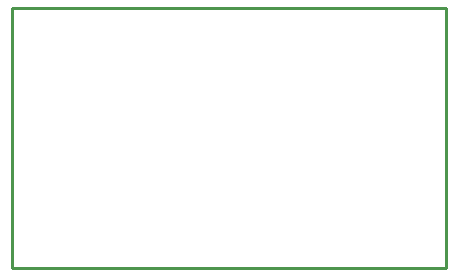
<source format=gbr>
G04 EAGLE Gerber RS-274X export*
G75*
%MOMM*%
%FSLAX34Y34*%
%LPD*%
%IN*%
%IPPOS*%
%AMOC8*
5,1,8,0,0,1.08239X$1,22.5*%
G01*
%ADD10C,0.254000*%


D10*
X0Y0D02*
X367200Y0D01*
X367200Y220000D01*
X0Y220000D01*
X0Y0D01*
M02*

</source>
